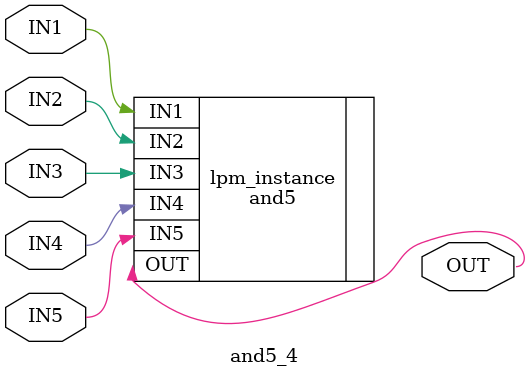
<source format=v>



module and5_4(IN3,IN2,IN1,IN5,IN4,OUT);
input IN3;
input IN2;
input IN1;
input IN5;
input IN4;
output OUT;

and5	lpm_instance(.IN3(IN3),.IN2(IN2),.IN1(IN1),.IN5(IN5),.IN4(IN4),.OUT(OUT));

endmodule

</source>
